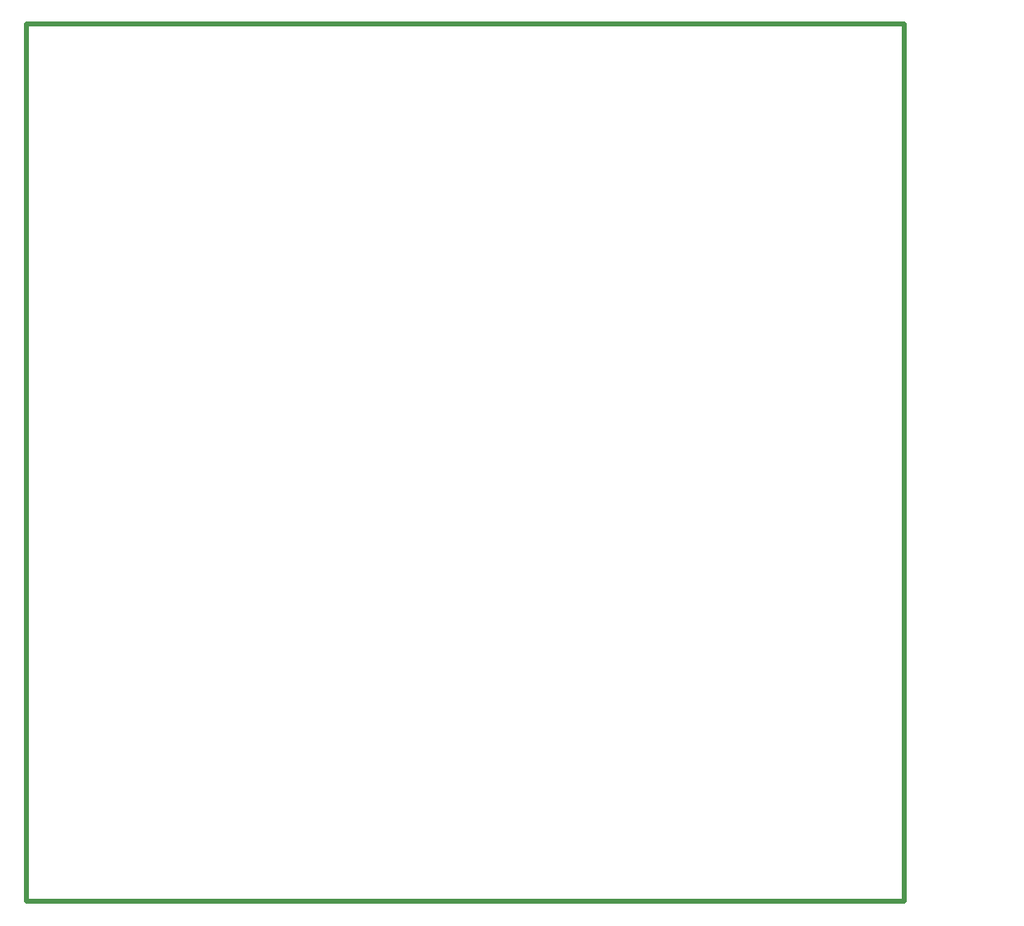
<source format=gm1>
G04*
G04 #@! TF.GenerationSoftware,Altium Limited,Altium Designer,21.0.9 (235)*
G04*
G04 Layer_Color=16711935*
%FSLAX44Y44*%
%MOMM*%
G71*
G04*
G04 #@! TF.SameCoordinates,BD89840E-3130-4C23-AD2D-C5A835882CA8*
G04*
G04*
G04 #@! TF.FilePolarity,Positive*
G04*
G01*
G75*
%ADD11C,0.5000*%
%ADD130C,0.0254*%
D11*
X0Y900000D02*
X900000D01*
X0Y0D02*
X900000D01*
X0D02*
Y900000D01*
X900000D02*
X900000Y0D01*
D130*
X994078Y239129D02*
D03*
X997030Y177720D02*
D03*
M02*

</source>
